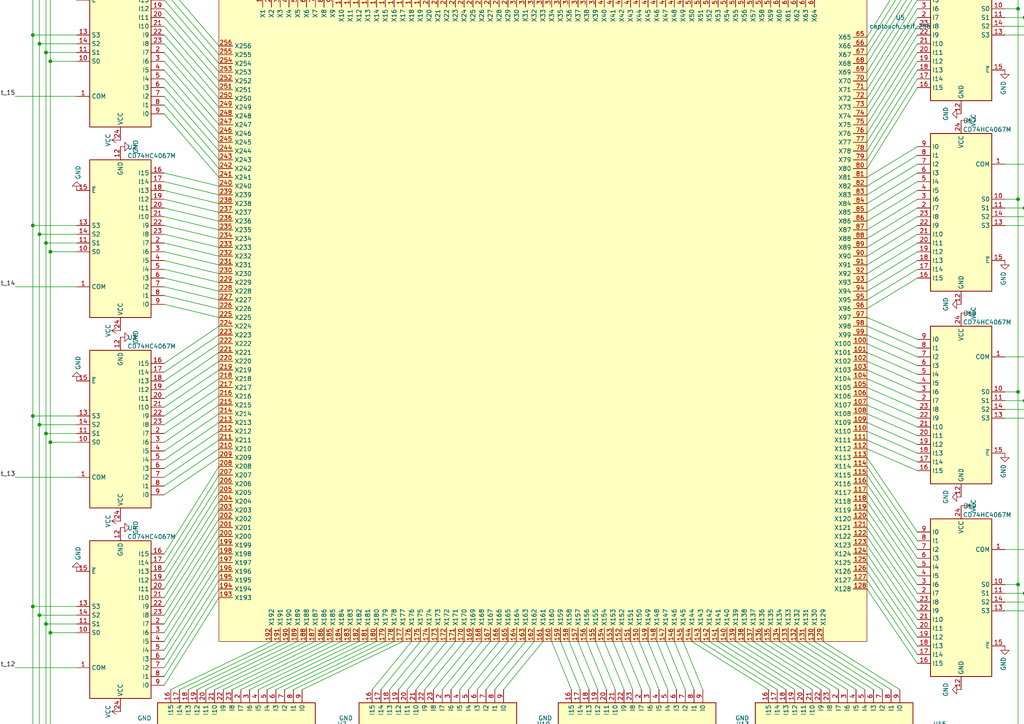
<source format=kicad_sch>
(kicad_sch (version 20211123) (generator eeschema)
  (paper "A4")
  (junction (at 9.525 65.405))
  (junction (at 14.605 128.27))
  (junction (at 69.85 232.41))
  (junction (at 128.27 232.41))
  (junction (at 245.745 230.505))
  (junction (at 188.595 230.505))
  (junction (at 298.45 7.62))
  (junction (at 64.77 234.95))
  (junction (at 240.665 233.68))
  (junction (at 299.72 121.285))
  (junction (at 125.73 233.68))
  (junction (at 238.125 234.95))
  (junction (at 11.43 12.7))
  (junction (at 295.275 113.665))
  (junction (at 299.72 10.16))
  (junction (at 13.335 70.485))
  (junction (at 295.275 2.54))
  (junction (at 297.18 5.08))
  (junction (at 123.19 234.95))
  (junction (at 175.26 -40.005))
  (junction (at 14.605 73.025))
  (junction (at 13.335 180.975))
  (junction (at 243.205 232.41))
  (junction (at 180.975 234.95))
  (junction (at 297.18 116.205))
  (junction (at 11.43 67.945))
  (junction (at 298.45 174.625))
  (junction (at 299.72 177.165))
  (junction (at 119.38 -40.005))
  (junction (at 230.505 -40.005))
  (junction (at 11.43 178.435))
  (junction (at 130.81 230.505))
  (junction (at 71.755 -46.355))
  (junction (at 9.525 175.895))
  (junction (at 9.525 10.16))
  (junction (at 11.43 123.19))
  (junction (at 121.92 -42.545))
  (junction (at 235.585 -44.45))
  (junction (at 69.215 -44.45))
  (junction (at 299.72 65.405))
  (junction (at 124.46 -73.025))
  (junction (at 233.045 -42.545))
  (junction (at 9.525 120.65))
  (junction (at 14.605 183.515))
  (junction (at 124.46 -44.45))
  (junction (at 238.125 -46.355))
  (junction (at 64.135 -40.005))
  (junction (at 295.275 169.545))
  (junction (at 13.335 15.24))
  (junction (at 127 -46.355))
  (junction (at 66.675 -42.545))
  (junction (at 72.39 230.505))
  (junction (at 180.34 -44.45))
  (junction (at 297.18 60.325))
  (junction (at 14.605 17.78))
  (junction (at 298.45 62.865))
  (junction (at 183.515 233.68))
  (junction (at 295.275 57.785))
  (junction (at 186.055 232.41))
  (junction (at 175.895 -71.755))
  (junction (at 67.31 233.68))
  (junction (at 177.8 -42.545))
  (junction (at 298.45 118.745))
  (junction (at 182.88 -46.355))
  (junction (at 297.18 172.085))
  (junction (at 13.335 125.73))
  (no_connect (at 160.655 -134.62))
  (no_connect (at 163.195 -134.62))
  (no_connect (at 165.735 -134.62))
  (no_connect (at 168.275 -134.62))
  (no_connect (at 135.255 -134.62))
  (no_connect (at 137.795 -134.62))
  (no_connect (at 140.335 -134.62))
  (no_connect (at 142.875 -134.62))
  (no_connect (at 145.415 -134.62))
  (no_connect (at 132.715 -134.62))
  (no_connect (at 130.175 -134.62))
  (no_connect (at 147.955 -134.62))
  (no_connect (at 150.495 -134.62))
  (no_connect (at 153.035 -134.62))
  (no_connect (at 155.575 -134.62))
  (no_connect (at 158.115 -134.62))
  (no_connect (at 158.115 -114.935))
  (no_connect (at 160.655 -114.935))
  (no_connect (at 163.195 -114.935))
  (no_connect (at 165.735 -114.935))
  (no_connect (at 168.275 -114.935))
  (wire (pts (xy 66.675 -42.545) (xy 13.335 -42.545)))
  (wire (pts (xy 47.625 110.49) (xy 63.5 99.695)))
  (wire (pts (xy 47.625 118.11) (xy 63.5 107.315)))
  (wire (pts (xy 266.065 182.245) (xy 251.46 160.655)))
  (wire (pts (xy 47.625 73.025) (xy 63.5 76.835)))
  (wire (pts (xy 47.625 20.32) (xy 63.5 38.735)))
  (wire (pts (xy 64.135 -12.065) (xy 91.44 -1.905)))
  (wire (pts (xy 180.34 -12.065) (xy 177.8 -1.905)))
  (wire (pts (xy 22.225 125.73) (xy 13.335 125.73)))
  (wire (pts (xy 123.19 225.425) (xy 123.19 234.95)))
  (wire (pts (xy 115.57 200.025) (xy 127 186.055)))
  (wire (pts (xy 266.065 187.325) (xy 251.46 165.735)))
  (wire (pts (xy 127 -12.065) (xy 139.7 -1.905)))
  (wire (pts (xy 11.43 178.435) (xy 11.43 233.68)))
  (wire (pts (xy 266.065 80.645) (xy 251.46 89.535)))
  (wire (pts (xy 177.8 -42.545) (xy 121.92 -42.545)))
  (wire (pts (xy 47.625 105.41) (xy 63.5 94.615)))
  (wire (pts (xy 298.45 174.625) (xy 298.45 118.745)))
  (wire (pts (xy 245.745 225.425) (xy 245.745 230.505)))
  (wire (pts (xy 22.225 17.78) (xy 14.605 17.78)))
  (wire (pts (xy 266.065 161.925) (xy 251.46 140.335)))
  (wire (pts (xy 22.225 15.24) (xy 13.335 15.24)))
  (wire (pts (xy 143.51 200.025) (xy 154.94 186.055)))
  (wire (pts (xy 11.43 123.19) (xy 11.43 178.435)))
  (wire (pts (xy 47.625 128.27) (xy 63.5 117.475)))
  (wire (pts (xy 47.625 193.675) (xy 63.5 168.275)))
  (wire (pts (xy 266.065 164.465) (xy 251.46 142.875)))
  (wire (pts (xy 14.605 73.025) (xy 14.605 128.27)))
  (wire (pts (xy 233.045 200.025) (xy 210.82 186.055)))
  (wire (pts (xy 9.525 10.16) (xy 9.525 65.405)))
  (wire (pts (xy 309.245 159.385) (xy 291.465 159.385)))
  (wire (pts (xy 266.065 98.425) (xy 251.46 92.075)))
  (wire (pts (xy 128.27 200.025) (xy 139.7 186.055)))
  (wire (pts (xy 71.755 -37.465) (xy 71.755 -46.355)))
  (wire (pts (xy 64.135 -37.465) (xy 64.135 -40.005)))
  (wire (pts (xy 47.625 33.02) (xy 63.5 51.435)))
  (wire (pts (xy 9.525 -46.355) (xy 9.525 10.16)))
  (wire (pts (xy 22.225 12.7) (xy 11.43 12.7)))
  (wire (pts (xy 9.525 175.895) (xy 9.525 234.95)))
  (wire (pts (xy 253.365 -12.065) (xy 236.22 -1.905)))
  (wire (pts (xy 22.225 67.945) (xy 11.43 67.945)))
  (wire (pts (xy 80.01 200.025) (xy 109.22 186.055)))
  (wire (pts (xy 266.065 131.445) (xy 251.46 125.095)))
  (wire (pts (xy 243.205 -12.065) (xy 226.06 -1.905)))
  (wire (pts (xy 47.625 -2.54) (xy 63.5 15.875)))
  (wire (pts (xy 47.625 186.055) (xy 63.5 160.655)))
  (wire (pts (xy 266.065 -12.7) (xy 251.46 10.795)))
  (wire (pts (xy 129.54 -12.065) (xy 142.24 -1.905)))
  (wire (pts (xy 160.02 -12.065) (xy 157.48 -1.905)))
  (wire (pts (xy 230.505 -12.065) (xy 213.36 -1.905)))
  (wire (pts (xy 130.81 230.505) (xy 188.595 230.505)))
  (wire (pts (xy 266.065 172.085) (xy 251.46 150.495)))
  (wire (pts (xy 266.065 113.665) (xy 251.46 107.315)))
  (wire (pts (xy 72.39 230.505) (xy 130.81 230.505)))
  (wire (pts (xy 11.43 12.7) (xy 11.43 67.945)))
  (wire (pts (xy 295.275 57.785) (xy 295.275 2.54)))
  (wire (pts (xy 120.65 200.025) (xy 132.08 186.055)))
  (wire (pts (xy 266.065 100.965) (xy 251.46 94.615)))
  (wire (pts (xy 215.265 -12.065) (xy 198.12 -1.905)))
  (wire (pts (xy 297.18 60.325) (xy 297.18 5.08)))
  (wire (pts (xy 125.73 233.68) (xy 183.515 233.68)))
  (wire (pts (xy 13.335 -42.545) (xy 13.335 15.24)))
  (wire (pts (xy 238.125 -37.465) (xy 238.125 -46.355)))
  (wire (pts (xy 71.755 -55.245) (xy 71.755 -46.355)))
  (wire (pts (xy 110.49 200.025) (xy 121.92 186.055)))
  (wire (pts (xy 47.625 78.105) (xy 63.5 81.915)))
  (wire (pts (xy 266.065 62.865) (xy 251.46 71.755)))
  (wire (pts (xy 173.355 200.025) (xy 167.64 186.055)))
  (wire (pts (xy 47.625 52.705) (xy 63.5 56.515)))
  (wire (pts (xy 240.665 233.68) (xy 298.45 233.68)))
  (wire (pts (xy 266.065 108.585) (xy 251.46 102.235)))
  (wire (pts (xy 233.045 -37.465) (xy 233.045 -42.545)))
  (wire (pts (xy 230.505 200.025) (xy 208.28 186.055)))
  (wire (pts (xy 266.065 126.365) (xy 251.46 120.015)))
  (wire (pts (xy 190.5 -12.065) (xy 187.96 -1.905)))
  (wire (pts (xy 71.755 -46.355) (xy 127 -46.355)))
  (wire (pts (xy 195.58 -12.065) (xy 193.04 -1.905)))
  (wire (pts (xy 182.88 -46.355) (xy 127 -46.355)))
  (wire (pts (xy 182.88 -12.065) (xy 180.34 -1.905)))
  (wire (pts (xy 291.465 2.54) (xy 295.275 2.54)))
  (wire (pts (xy 71.755 -46.355) (xy 9.525 -46.355)))
  (wire (pts (xy 291.465 5.08) (xy 297.18 5.08)))
  (wire (pts (xy 125.73 225.425) (xy 125.73 233.68)))
  (wire (pts (xy 198.755 243.205) (xy 198.755 225.425)))
  (wire (pts (xy 266.065 174.625) (xy 251.46 153.035)))
  (wire (pts (xy 217.805 -12.065) (xy 200.66 -1.905)))
  (wire (pts (xy 139.7 -12.065) (xy 152.4 -1.905)))
  (wire (pts (xy 22.225 120.65) (xy 9.525 120.65)))
  (wire (pts (xy 22.225 180.975) (xy 13.335 180.975)))
  (wire (pts (xy 291.465 60.325) (xy 297.18 60.325)))
  (wire (pts (xy 177.8 -37.465) (xy 177.8 -42.545)))
  (wire (pts (xy 47.625 191.135) (xy 63.5 165.735)))
  (wire (pts (xy 266.065 10.16) (xy 251.46 33.655)))
  (wire (pts (xy 233.045 -12.065) (xy 215.9 -1.905)))
  (wire (pts (xy 47.625 115.57) (xy 63.5 104.775)))
  (wire (pts (xy 140.97 200.025) (xy 152.4 186.055)))
  (wire (pts (xy 266.065 184.785) (xy 251.46 163.195)))
  (wire (pts (xy 14.605 128.27) (xy 14.605 183.515)))
  (wire (pts (xy 14.605 17.78) (xy 14.605 -40.005)))
  (wire (pts (xy 62.23 200.025) (xy 91.44 186.055)))
  (wire (pts (xy 47.625 50.165) (xy 63.5 53.975)))
  (wire (pts (xy 295.275 169.545) (xy 295.275 113.665)))
  (wire (pts (xy 69.215 -37.465) (xy 69.215 -44.45)))
  (wire (pts (xy 47.625 30.48) (xy 63.5 48.895)))
  (wire (pts (xy 72.39 225.425) (xy 72.39 230.505)))
  (wire (pts (xy 299.72 10.16) (xy 299.72 -46.355)))
  (wire (pts (xy 193.04 -12.065) (xy 190.5 -1.905)))
  (wire (pts (xy 142.24 -12.065) (xy 154.94 -1.905)))
  (wire (pts (xy 180.975 225.425) (xy 180.975 234.95)))
  (wire (pts (xy 14.605 17.78) (xy 14.605 73.025)))
  (wire (pts (xy 47.625 22.86) (xy 63.5 41.275)))
  (wire (pts (xy 173.355 -71.755) (xy 175.895 -71.755)))
  (wire (pts (xy 266.065 103.505) (xy 251.46 97.155)))
  (wire (pts (xy 47.625 62.865) (xy 63.5 66.675)))
  (wire (pts (xy 266.065 189.865) (xy 251.46 168.275)))
  (wire (pts (xy 134.62 -12.065) (xy 147.32 -1.905)))
  (wire (pts (xy 291.465 169.545) (xy 295.275 169.545)))
  (wire (pts (xy 47.625 173.355) (xy 63.5 147.955)))
  (wire (pts (xy 66.675 -12.065) (xy 93.98 -1.905)))
  (wire (pts (xy 298.45 62.865) (xy 298.45 7.62)))
  (wire (pts (xy 183.515 200.025) (xy 177.8 186.055)))
  (wire (pts (xy 235.585 200.025) (xy 213.36 186.055)))
  (wire (pts (xy 198.12 -12.065) (xy 195.58 -1.905)))
  (wire (pts (xy 225.425 -12.065) (xy 208.28 -1.905)))
  (wire (pts (xy 298.45 7.62) (xy 298.45 -44.45)))
  (wire (pts (xy 266.065 192.405) (xy 251.46 170.815)))
  (wire (pts (xy 193.675 200.025) (xy 187.96 186.055)))
  (wire (pts (xy 266.065 136.525) (xy 251.46 130.175)))
  (wire (pts (xy 297.18 -42.545) (xy 233.045 -42.545)))
  (wire (pts (xy 47.625 140.97) (xy 63.5 130.175)))
  (wire (pts (xy 172.72 -12.065) (xy 170.18 -1.905)))
  (wire (pts (xy 128.27 225.425) (xy 128.27 232.41)))
  (wire (pts (xy 47.625 135.89) (xy 63.5 125.095)))
  (wire (pts (xy 54.61 200.025) (xy 83.82 186.055)))
  (wire (pts (xy 47.625 107.95) (xy 63.5 97.155)))
  (wire (pts (xy 67.31 200.025) (xy 96.52 186.055)))
  (wire (pts (xy 183.515 233.68) (xy 240.665 233.68)))
  (wire (pts (xy 22.225 73.025) (xy 14.605 73.025)))
  (wire (pts (xy 266.065 67.945) (xy 251.46 76.835)))
  (wire (pts (xy 266.065 121.285) (xy 251.46 114.935)))
  (wire (pts (xy 66.675 -42.545) (xy 121.92 -42.545)))
  (wire (pts (xy 77.47 200.025) (xy 106.68 186.055)))
  (wire (pts (xy 299.72 177.165) (xy 299.72 121.285)))
  (wire (pts (xy 109.22 -55.245) (xy 109.22 -37.465)))
  (wire (pts (xy 22.225 10.16) (xy 9.525 10.16)))
  (wire (pts (xy 47.625 170.815) (xy 63.5 145.415)))
  (wire (pts (xy 180.975 200.025) (xy 175.26 186.055)))
  (wire (pts (xy 52.07 200.025) (xy 81.28 186.055)))
  (wire (pts (xy 47.625 88.265) (xy 63.5 92.075)))
  (wire (pts (xy 11.43 67.945) (xy 11.43 123.19)))
  (wire (pts (xy 57.15 200.025) (xy 86.36 186.055)))
  (wire (pts (xy 266.065 106.045) (xy 251.46 99.695)))
  (wire (pts (xy 49.53 200.025) (xy 78.74 186.055)))
  (wire (pts (xy 47.625 120.65) (xy 63.5 109.855)))
  (wire (pts (xy 266.065 0) (xy 251.46 23.495)))
  (wire (pts (xy 72.39 200.025) (xy 101.6 186.055)))
  (wire (pts (xy 266.065 25.4) (xy 251.46 48.895)))
  (wire (pts (xy 266.065 47.625) (xy 251.46 56.515)))
  (wire (pts (xy 298.45 -44.45) (xy 235.585 -44.45)))
  (wire (pts (xy 266.065 123.825) (xy 251.46 117.475)))
  (wire (pts (xy 66.675 -37.465) (xy 66.675 -42.545)))
  (wire (pts (xy 266.065 169.545) (xy 251.46 147.955)))
  (wire (pts (xy 266.065 45.085) (xy 251.46 53.975)))
  (wire (pts (xy 243.205 200.025) (xy 220.98 186.055)))
  (wire (pts (xy 13.335 15.24) (xy 13.335 70.485)))
  (wire (pts (xy 238.125 -12.065) (xy 220.98 -1.905)))
  (wire (pts (xy 266.065 50.165) (xy 251.46 59.055)))
  (wire (pts (xy 291.465 172.085) (xy 297.18 172.085)))
  (wire (pts (xy 47.625 27.94) (xy 63.5 46.355)))
  (wire (pts (xy 13.335 70.485) (xy 13.335 125.73)))
  (wire (pts (xy 188.595 230.505) (xy 245.745 230.505)))
  (wire (pts (xy 13.335 180.975) (xy 13.335 232.41)))
  (wire (pts (xy 230.505 -37.465) (xy 230.505 -40.005)))
  (wire (pts (xy 162.56 -12.065) (xy 160.02 -1.905)))
  (wire (pts (xy 266.065 128.905) (xy 251.46 122.555)))
  (wire (pts (xy 220.345 -12.065) (xy 203.2 -1.905)))
  (wire (pts (xy 297.18 232.41) (xy 297.18 172.085)))
  (wire (pts (xy 291.465 174.625) (xy 298.45 174.625)))
  (wire (pts (xy 165.1 -12.065) (xy 162.56 -1.905)))
  (wire (pts (xy 250.825 -12.065) (xy 233.68 -1.905)))
  (wire (pts (xy 11.43 12.7) (xy 11.43 -44.45)))
  (wire (pts (xy 130.81 225.425) (xy 130.81 230.505)))
  (wire (pts (xy 299.72 65.405) (xy 299.72 10.16)))
  (wire (pts (xy 13.335 232.41) (xy 69.85 232.41)))
  (wire (pts (xy 125.73 200.025) (xy 137.16 186.055)))
  (wire (pts (xy 297.18 5.08) (xy 297.18 -42.545)))
  (wire (pts (xy 48.895 -12.065) (xy 76.2 -1.905)))
  (wire (pts (xy 187.96 -12.065) (xy 185.42 -1.905)))
  (wire (pts (xy 127 -46.355) (xy 127 -37.465)))
  (wire (pts (xy 132.08 -12.065) (xy 144.78 -1.905)))
  (wire (pts (xy 299.72 121.285) (xy 299.72 65.405)))
  (wire (pts (xy 227.965 -12.065) (xy 210.82 -1.905)))
  (wire (pts (xy 47.625 80.645) (xy 63.5 84.455)))
  (wire (pts (xy 225.425 200.025) (xy 203.2 186.055)))
  (wire (pts (xy 266.065 -10.16) (xy 251.46 13.335)))
  (wire (pts (xy 170.815 200.025) (xy 165.1 186.055)))
  (wire (pts (xy 130.81 200.025) (xy 142.24 186.055)))
  (wire (pts (xy 69.215 -44.45) (xy 124.46 -44.45)))
  (wire (pts (xy 309.245 47.625) (xy 291.465 47.625)))
  (wire (pts (xy 266.065 159.385) (xy 251.46 137.795)))
  (wire (pts (xy 266.065 55.245) (xy 251.46 64.135)))
  (wire (pts (xy 245.745 -12.065) (xy 228.6 -1.905)))
  (wire (pts (xy 220.345 -55.245) (xy 220.345 -37.465)))
  (wire (pts (xy 124.46 -44.45) (xy 124.46 -37.465)))
  (wire (pts (xy 177.8 -12.065) (xy 175.26 -1.905)))
  (wire (pts (xy 266.065 179.705) (xy 251.46 158.115)))
  (wire (pts (xy 47.625 15.24) (xy 63.5 33.655)))
  (wire (pts (xy 22.225 183.515) (xy 14.605 183.515)))
  (wire (pts (xy 266.065 15.24) (xy 251.46 38.735)))
  (wire (pts (xy 114.3 -12.065) (xy 127 -1.905)))
  (wire (pts (xy 165.735 200.025) (xy 160.02 186.055)))
  (wire (pts (xy 47.625 113.03) (xy 63.5 102.235)))
  (wire (pts (xy 188.595 225.425) (xy 188.595 230.505)))
  (wire (pts (xy 22.225 65.405) (xy 9.525 65.405)))
  (wire (pts (xy 243.205 225.425) (xy 243.205 232.41)))
  (wire (pts (xy 298.45 118.745) (xy 298.45 62.865)))
  (wire (pts (xy 291.465 65.405) (xy 299.72 65.405)))
  (wire (pts (xy 255.905 243.205) (xy 255.905 225.425)))
  (wire (pts (xy 123.19 200.025) (xy 134.62 186.055)))
  (wire (pts (xy 111.76 -12.065) (xy 124.46 -1.905)))
  (wire (pts (xy 266.065 154.305) (xy 251.46 132.715)))
  (wire (pts (xy 69.85 200.025) (xy 99.06 186.055)))
  (wire (pts (xy 47.625 130.81) (xy 63.5 120.015)))
  (wire (pts (xy 47.625 180.975) (xy 63.5 155.575)))
  (wire (pts (xy 106.68 -12.065) (xy 119.38 -1.905)))
  (wire (pts (xy 47.625 160.655) (xy 63.5 135.255)))
  (wire (pts (xy 291.465 113.665) (xy 295.275 113.665)))
  (wire (pts (xy 64.135 -55.245) (xy 64.135 -40.005)))
  (wire (pts (xy 240.665 225.425) (xy 240.665 233.68)))
  (wire (pts (xy 266.065 70.485) (xy 251.46 79.375)))
  (wire (pts (xy 11.43 -44.45) (xy 69.215 -44.45)))
  (wire (pts (xy 47.625 188.595) (xy 63.5 163.195)))
  (wire (pts (xy 138.43 200.025) (xy 149.86 186.055)))
  (wire (pts (xy 84.455 -12.065) (xy 111.76 -1.905)))
  (wire (pts (xy 87.63 200.025) (xy 116.84 186.055)))
  (wire (pts (xy 81.915 -12.065) (xy 109.22 -1.905)))
  (wire (pts (xy 291.465 116.205) (xy 297.18 116.205)))
  (wire (pts (xy 295.275 2.54) (xy 295.275 -40.005)))
  (wire (pts (xy 198.755 200.025) (xy 193.04 186.055)))
  (wire (pts (xy 121.92 -12.065) (xy 134.62 -1.905)))
  (wire (pts (xy 266.065 -2.54) (xy 251.46 20.955)))
  (wire (pts (xy 298.45 233.68) (xy 298.45 174.625)))
  (wire (pts (xy 61.595 -12.065) (xy 88.9 -1.905)))
  (wire (pts (xy 51.435 -12.065) (xy 78.74 -1.905)))
  (wire (pts (xy 4.445 138.43) (xy 22.225 138.43)))
  (wire (pts (xy 291.465 118.745) (xy 298.45 118.745)))
  (wire (pts (xy 47.625 196.215) (xy 63.5 170.815)))
  (wire (pts (xy 119.38 -40.005) (xy 119.38 -37.465)))
  (wire (pts (xy 47.625 163.195) (xy 63.5 137.795)))
  (wire (pts (xy 291.465 10.16) (xy 299.72 10.16)))
  (wire (pts (xy 178.435 200.025) (xy 172.72 186.055)))
  (wire (pts (xy 14.605 -40.005) (xy 64.135 -40.005)))
  (wire (pts (xy 56.515 -12.065) (xy 83.82 -1.905)))
  (wire (pts (xy 266.065 42.545) (xy 251.46 51.435)))
  (wire (pts (xy 297.18 116.205) (xy 297.18 60.325)))
  (wire (pts (xy 266.065 60.325) (xy 251.46 69.215)))
  (wire (pts (xy 118.11 200.025) (xy 129.54 186.055)))
  (wire (pts (xy 9.525 65.405) (xy 9.525 120.65)))
  (wire (pts (xy 137.16 -12.065) (xy 149.86 -1.905)))
  (wire (pts (xy 266.065 167.005) (xy 251.46 145.415)))
  (wire (pts (xy 47.625 57.785) (xy 63.5 61.595)))
  (wire (pts (xy 9.525 120.65) (xy 9.525 175.895)))
  (wire (pts (xy 47.625 125.73) (xy 63.5 114.935)))
  (wire (pts (xy 64.77 234.95) (xy 123.19 234.95)))
  (wire (pts (xy 47.625 -5.08) (xy 63.5 13.335)))
  (wire (pts (xy 47.625 123.19) (xy 63.5 112.395)))
  (wire (pts (xy 266.065 78.105) (xy 251.46 86.995)))
  (wire (pts (xy 47.625 17.78) (xy 63.5 36.195)))
  (wire (pts (xy 67.31 225.425) (xy 67.31 233.68)))
  (wire (pts (xy 238.125 -46.355) (xy 182.88 -46.355)))
  (wire (pts (xy 291.465 7.62) (xy 298.45 7.62)))
  (wire (pts (xy 185.42 -12.065) (xy 182.88 -1.905)))
  (wire (pts (xy 123.19 234.95) (xy 180.975 234.95)))
  (wire (pts (xy 47.625 143.51) (xy 63.5 132.715)))
  (wire (pts (xy 291.465 177.165) (xy 299.72 177.165)))
  (wire (pts (xy 47.625 183.515) (xy 63.5 158.115)))
  (wire (pts (xy 47.625 5.08) (xy 63.5 23.495)))
  (wire (pts (xy 47.625 2.54) (xy 63.5 20.955)))
  (wire (pts (xy 71.755 -12.065) (xy 99.06 -1.905)))
  (wire (pts (xy 266.065 73.025) (xy 251.46 81.915)))
  (wire (pts (xy 222.885 -12.065) (xy 205.74 -1.905)))
  (wire (pts (xy 238.125 225.425) (xy 238.125 234.95)))
  (wire (pts (xy 69.85 225.425) (xy 69.85 232.41)))
  (wire (pts (xy 47.625 10.16) (xy 63.5 28.575)))
  (wire (pts (xy 4.445 193.675) (xy 22.225 193.675)))
  (wire (pts (xy 196.215 200.025) (xy 190.5 186.055)))
  (wire (pts (xy 74.93 200.025) (xy 104.14 186.055)))
  (wire (pts (xy 222.885 200.025) (xy 200.66 186.055)))
  (wire (pts (xy 266.065 12.7) (xy 251.46 36.195)))
  (wire (pts (xy 260.985 200.025) (xy 238.76 186.055)))
  (wire (pts (xy 107.95 200.025) (xy 119.38 186.055)))
  (wire (pts (xy 245.745 230.505) (xy 295.275 230.505)))
  (wire (pts (xy 266.065 156.845) (xy 251.46 135.255)))
  (wire (pts (xy 47.625 133.35) (xy 63.5 122.555)))
  (wire (pts (xy 47.625 55.245) (xy 63.5 59.055)))
  (wire (pts (xy 175.895 200.025) (xy 170.18 186.055)))
  (wire (pts (xy 22.225 70.485) (xy 13.335 70.485)))
  (wire (pts (xy 266.065 2.54) (xy 251.46 26.035)))
  (wire (pts (xy 82.55 243.205) (xy 82.55 225.425)))
  (wire (pts (xy 109.22 -12.065) (xy 121.92 -1.905)))
  (wire (pts (xy 22.225 175.895) (xy 9.525 175.895)))
  (wire (pts (xy 64.77 200.025) (xy 93.98 186.055)))
  (wire (pts (xy 266.065 17.78) (xy 251.46 41.275)))
  (wire (pts (xy 266.065 116.205) (xy 251.46 109.855)))
  (wire (pts (xy 245.745 200.025) (xy 223.52 186.055)))
  (wire (pts (xy 47.625 60.325) (xy 63.5 64.135)))
  (wire (pts (xy 47.625 83.185) (xy 63.5 86.995)))
  (wire (pts (xy 124.46 -12.065) (xy 137.16 -1.905)))
  (wire (pts (xy 119.38 -12.065) (xy 132.08 -1.905)))
  (wire (pts (xy 175.26 -12.065) (xy 172.72 -1.905)))
  (wire (pts (xy 266.065 65.405) (xy 251.46 74.295)))
  (wire (pts (xy 266.065 5.08) (xy 251.46 28.575)))
  (wire (pts (xy 175.26 -40.005) (xy 119.38 -40.005)))
  (wire (pts (xy 266.065 -5.08) (xy 251.46 18.415)))
  (wire (pts (xy 248.285 -12.065) (xy 231.14 -1.905)))
  (wire (pts (xy 53.975 -12.065) (xy 81.28 -1.905)))
  (wire (pts (xy 47.625 85.725) (xy 63.5 89.535)))
  (wire (pts (xy 104.14 -12.065) (xy 116.84 -1.905)))
  (wire (pts (xy 47.625 165.735) (xy 63.5 140.335)))
  (wire (pts (xy 82.55 200.025) (xy 111.76 186.055)))
  (wire (pts (xy 47.625 70.485) (xy 63.5 74.295)))
  (wire (pts (xy 165.1 -55.245) (xy 165.1 -37.465)))
  (wire (pts (xy 186.055 225.425) (xy 186.055 232.41)))
  (wire (pts (xy 67.31 233.68) (xy 125.73 233.68)))
  (wire (pts (xy 113.03 200.025) (xy 124.46 186.055)))
  (wire (pts (xy 299.72 -46.355) (xy 238.125 -46.355)))
  (wire (pts (xy 170.18 -12.065) (xy 167.64 -1.905)))
  (wire (pts (xy 47.625 168.275) (xy 63.5 142.875)))
  (wire (pts (xy 128.27 232.41) (xy 186.055 232.41)))
  (wire (pts (xy 266.065 133.985) (xy 251.46 127.635)))
  (wire (pts (xy 47.625 0) (xy 63.5 18.415)))
  (wire (pts (xy 266.065 57.785) (xy 251.46 66.675)))
  (wire (pts (xy 47.625 175.895) (xy 63.5 150.495)))
  (wire (pts (xy 295.275 -40.005) (xy 230.505 -40.005)))
  (wire (pts (xy 238.125 200.025) (xy 215.9 186.055)))
  (wire (pts (xy 180.34 -44.45) (xy 124.46 -44.45)))
  (wire (pts (xy 66.675 -55.245) (xy 66.675 -42.545)))
  (wire (pts (xy 47.625 138.43) (xy 63.5 127.635)))
  (wire (pts (xy 146.05 200.025) (xy 157.48 186.055)))
  (wire (pts (xy 47.625 67.945) (xy 63.5 71.755)))
  (wire (pts (xy 238.125 234.95) (xy 299.72 234.95)))
  (wire (pts (xy 47.625 65.405) (xy 63.5 69.215)))
  (wire (pts (xy 59.055 -12.065) (xy 86.36 -1.905)))
  (wire (pts (xy 11.43 233.68) (xy 67.31 233.68)))
  (wire (pts (xy 266.065 22.86) (xy 251.46 46.355)))
  (wire (pts (xy 116.84 -12.065) (xy 129.54 -1.905)))
  (wire (pts (xy 22.225 123.19) (xy 11.43 123.19)))
  (wire (pts (xy 47.625 198.755) (xy 63.5 173.355)))
  (wire (pts (xy 168.275 200.025) (xy 162.56 186.055)))
  (wire (pts (xy 47.625 12.7) (xy 63.5 31.115)))
  (wire (pts (xy 250.825 200.025) (xy 228.6 186.055)))
  (wire (pts (xy 240.665 200.025) (xy 218.44 186.055)))
  (wire (pts (xy 258.445 200.025) (xy 236.22 186.055)))
  (wire (pts (xy 167.64 -12.065) (xy 165.1 -1.905)))
  (wire (pts (xy 291.465 121.285) (xy 299.72 121.285)))
  (wire (pts (xy 64.135 -40.005) (xy 119.38 -40.005)))
  (wire (pts (xy 175.26 -37.465) (xy 175.26 -40.005)))
  (wire (pts (xy 22.225 128.27) (xy 14.605 128.27)))
  (wire (pts (xy 14.605 183.515) (xy 14.605 230.505)))
  (wire (pts (xy 255.905 200.025) (xy 233.68 186.055)))
  (wire (pts (xy 69.215 -55.245) (xy 69.215 -44.45)))
  (wire (pts (xy 186.055 232.41) (xy 243.205 232.41)))
  (wire (pts (xy 201.295 200.025) (xy 195.58 186.055)))
  (wire (pts (xy 266.065 52.705) (xy 251.46 61.595)))
  (wire (pts (xy 140.97 243.205) (xy 140.97 225.425)))
  (wire (pts (xy 4.445 83.185) (xy 22.225 83.185)))
  (wire (pts (xy 291.465 57.785) (xy 295.275 57.785)))
  (wire (pts (xy 266.065 75.565) (xy 251.46 84.455)))
  (wire (pts (xy 233.045 -42.545) (xy 177.8 -42.545)))
  (wire (pts (xy 299.72 234.95) (xy 299.72 177.165)))
  (wire (pts (xy 203.835 200.025) (xy 198.12 186.055)))
  (wire (pts (xy 180.34 -37.465) (xy 180.34 -44.45)))
  (wire (pts (xy 69.85 232.41) (xy 128.27 232.41)))
  (wire (pts (xy 186.055 200.025) (xy 180.34 186.055)))
  (wire (pts (xy 76.835 -12.065) (xy 104.14 -1.905)))
  (wire (pts (xy 4.445 27.94) (xy 22.225 27.94)))
  (wire (pts (xy 235.585 -44.45) (xy 180.34 -44.45)))
  (wire (pts (xy 309.245 103.505) (xy 291.465 103.505)))
  (wire (pts (xy 266.065 111.125) (xy 251.46 104.775)))
  (wire (pts (xy 135.89 200.025) (xy 147.32 186.055)))
  (wire (pts (xy 121.92 -73.025) (xy 124.46 -73.025)))
  (wire (pts (xy 85.09 200.025) (xy 114.3 186.055)))
  (wire (pts (xy 59.69 200.025) (xy 88.9 186.055)))
  (wire (pts (xy 248.285 200.025) (xy 226.06 186.055)))
  (wire (pts (xy 64.77 225.425) (xy 64.77 234.95)))
  (wire (pts (xy 295.275 230.505) (xy 295.275 169.545)))
  (wire (pts (xy 240.665 -12.065) (xy 223.52 -1.905)))
  (wire (pts (xy 291.465 62.865) (xy 298.45 62.865)))
  (wire (pts (xy 74.295 -12.065) (xy 101.6 -1.905)))
  (wire (pts (xy 297.18 172.085) (xy 297.18 116.205)))
  (wire (pts (xy 69.215 -12.065) (xy 96.52 -1.905)))
  (wire (pts (xy 183.515 225.425) (xy 183.515 233.68)))
  (wire (pts (xy 235.585 -37.465) (xy 235.585 -44.45)))
  (wire (pts (xy 14.605 230.505) (xy 72.39 230.505)))
  (wire (pts (xy 9.525 234.95) (xy 64.77 234.95)))
  (wire (pts (xy 188.595 200.025) (xy 182.88 186.055)))
  (wire (pts (xy 230.505 -40.005) (xy 175.26 -40.005)))
  (wire (pts (xy 13.335 125.73) (xy 13.335 180.975)))
  (wire (pts (xy 266.065 118.745) (xy 251.46 112.395)))
  (wire (pts (xy 191.135 200.025) (xy 185.42 186.055)))
  (wire (pts (xy 47.625 25.4) (xy 63.5 43.815)))
  (wire (pts (xy 47.625 7.62) (xy 63.5 26.035)))
  (wire (pts (xy 47.625 75.565) (xy 63.5 79.375)))
  (wire (pts (xy 180.975 234.95) (xy 238.125 234.95)))
  (wire (pts (xy 235.585 -12.065) (xy 218.44 -1.905)))
  (wire (pts (xy 182.88 -37.465) (xy 182.88 -46.355)))
  (wire (pts (xy 53.975 -55.245) (xy 53.975 -37.465)))
  (wire (pts (xy 266.065 -7.62) (xy 251.46 15.875)))
  (wire (pts (xy 47.625 178.435) (xy 63.5 153.035)))
  (wire (pts (xy 121.92 -42.545) (xy 121.92 -37.465)))
  (wire (pts (xy 309.245 -7.62) (xy 291.465 -7.62)))
  (wire (pts (xy 266.065 177.165) (xy 251.46 155.575)))
  (wire (pts (xy 253.365 200.025) (xy 231.14 186.055)))
  (wire (pts (xy 133.35 200.025) (xy 144.78 186.055)))
  (wire (pts (xy 79.375 -12.065) (xy 106.68 -1.905)))
  (wire (pts (xy 266.065 20.32) (xy 251.46 43.815)))
  (wire (pts (xy 243.205 232.41) (xy 297.18 232.41)))
  (wire (pts (xy 295.275 113.665) (xy 295.275 57.785)))
  (wire (pts (xy 86.995 -12.065) (xy 114.3 -1.905)))
  (wire (pts (xy 266.065 7.62) (xy 251.46 31.115)))
  (wire (pts (xy 227.965 200.025) (xy 205.74 186.055)))
  (wire (pts (xy 22.225 178.435) (xy 11.43 178.435)))
  (text "fpc cable\n" (at 144.78 -131.445 0) (effects (font (size 1.27 1.27)) (justify left bottom)))
  (text "NOTE: switch to using all hc4051 SOIC16s, cost wil come to roughly $10 in bulk with smaller footprints" (at 240.03 -55.88 0) (effects (font (size 1.27 1.27)) (justify left bottom)))
  (label "out_0" (at 53.975 -55.245 90))
  (label "bank_out_0" (at 165.735 -94.615 180))
  (label "out_14" (at 132.08 -80.645 0))
  (label "out_11" (at 82.55 243.205 270))
  (label "out_8" (at 132.08 -95.885 0))
  (label "bank_select_0" (at 135.255 -114.935 270))
  (label "out_8" (at 255.905 243.205 270))
  (label "bank_out_0" (at 153.035 -114.935 270))
  (label "bank_select_1" (at 165.735 -86.995 180))
  (label "bank_select_1" (at 137.795 -114.935 270))
  (label "out_9" (at 198.755 243.205 270))
  (label "out_7" (at 309.245 159.385 0))
  (label "select_0" (at 64.135 -55.245 90))
  (label "select_0" (at 142.875 -114.935 270))
  (label "bank_select_2" (at 114.3 -85.725 180))
  (label "select_1" (at 145.415 -114.935 270))
  (label "out_11" (at 132.08 -88.265 0))
  (label "out_2" (at 183.515 -89.535 0))
  (label "out_13" (at 132.08 -83.185 0))
  (label "out_15" (at 132.08 -78.105 0))
  (label "out_9" (at 132.08 -93.345 0))
  (label "select_1" (at 66.675 -55.245 90))
  (label "out_7" (at 183.515 -76.835 0))
  (label "out_15" (at 4.445 27.94 180))
  (label "bank_select_1" (at 114.3 -88.265 180))
  (label "bank_out_1" (at 155.575 -114.935 270))
  (label "out_12" (at 4.445 193.675 180))
  (label "out_2" (at 165.1 -55.245 90))
  (label "out_3" (at 220.345 -55.245 90))
  (label "out_14" (at 4.445 83.185 180))
  (label "out_4" (at 183.515 -84.455 0))
  (label "bank_select_2" (at 140.335 -114.935 270))
  (label "out_3" (at 183.515 -86.995 0))
  (label "select_3" (at 150.495 -114.935 270))
  (label "out_1" (at 109.22 -55.245 90))
  (label "bank_select_0" (at 165.735 -89.535 180))
  (label "out_1" (at 183.515 -92.075 0))
  (label "out_5" (at 309.245 47.625 0))
  (label "select_2" (at 147.955 -114.935 270))
  (label "out_0" (at 183.515 -94.615 0))
  (label "out_10" (at 132.08 -90.805 0))
  (label "out_10" (at 140.97 243.205 270))
  (label "bank_out_1" (at 114.3 -95.885 180))
  (label "bank_select_0" (at 114.3 -90.805 180))
  (label "select_2" (at 69.215 -55.245 90))
  (label "out_6" (at 309.245 103.505 0))
  (label "out_4" (at 309.245 -7.62 0))
  (label "out_5" (at 183.515 -81.915 0))
  (label "select_3" (at 71.755 -55.245 90))
  (label "out_6" (at 183.515 -79.375 0))
  (label "out_12" (at 132.08 -85.725 0))
  (label "out_13" (at 4.445 138.43 180))
  (label "bank_select_2" (at 165.735 -84.455 180))
  (symbol (lib_id "power:GND") (at 97.79 -116.205 0) (unit 1)
    (property "Reference" "#PWR020" (effects hide))
    (property "Value" "GND" (at 97.79 -109.22 90) (effects (justify left)))
  )
  (symbol (lib_id "74xx:CD74HC4067M") (at 34.925 180.975 0) (mirror x) (unit 1)
    (property "Reference" "U4" (at 36.9444 153.1452 0) (effects (justify left)))
    (property "Value" "CD74HC4067M" (at 36.9444 155.6821 0) (effects (justify left)))
    (property "Footprint" "Package_SO:SOIC-24W_7.5x15.4mm_P1.27mm" (effects hide))
    (property "Datasheet" "http://www.ti.com/lit/ds/symlink/cd74hc4067.pdf" (effects hide))
    (property "mpn" "CD74HC4067M" (effects hide))
  )
  (symbol (lib_id "power:GND") (at 22.225 110.49 180) (unit 1)
    (property "Reference" "#PWR03" (effects hide))
    (property "Value" "GND" (at 22.6588 107.315 90) (effects (justify right)))
  )
  (symbol (lib_id "74xx:CD74HC4067M") (at 121.92 -24.765 90) (mirror x) (unit 1)
    (property "Reference" "U9" (at 153.8159 -30.4715 90))
    (property "Value" "CD74HC4067M" (at 153.8159 -27.9346 90))
    (property "Footprint" "Package_SO:SOIC-24W_7.5x15.4mm_P1.27mm" (effects hide))
    (property "Datasheet" "http://www.ti.com/lit/ds/symlink/cd74hc4067.pdf" (effects hide))
    (property "mpn" "CD74HC4067M" (effects hide))
  )
  (symbol (lib_id "power:VCC") (at 41.275 -24.765 0) (unit 1)
    (property "Reference" "#PWR013" (effects hide))
    (property "Value" "VCC" (at 41.275 -28.3408 0))
  )
  (symbol (lib_id "power:VCC") (at 278.765 146.685 270) (unit 1)
    (property "Reference" "#PWR053" (effects hide))
    (property "Value" "VCC" (at 282.3408 146.685 0))
  )
  (symbol (lib_id "power:GND") (at 165.735 -79.375 270) (unit 1)
    (property "Reference" "#PWR034" (effects hide))
    (property "Value" "GND" (at 158.115 -79.375 90) (effects (justify left)))
  )
  (symbol (lib_id "Connector:Conn_01x16_Female") (at 147.955 -139.7 90) (unit 1) (on_board no)
    (property "Reference" "J1" (at 149.225 -143.349 90))
    (property "Value" "Conn_01x16_Female" (at 149.225 -140.8121 90))
    (property "mpn" "15166-0163" (effects hide))
  )
  (symbol (lib_id "74xx:CD74HC4067M") (at 278.765 172.085 0) (mirror y) (unit 1)
    (property "Reference" "U19" (at 279.2856 146.7952 0) (effects (justify right)))
    (property "Value" "CD74HC4067M" (at 279.2856 149.3321 0) (effects (justify right)))
    (property "Footprint" "Package_SO:SOIC-24W_7.5x15.4mm_P1.27mm" (effects hide))
    (property "Datasheet" "http://www.ti.com/lit/ds/symlink/cd74hc4067.pdf" (effects hide))
    (property "mpn" "CD74HC4067M" (effects hide))
  )
  (symbol (lib_id "power:GND") (at 175.895 -71.755 0) (unit 1)
    (property "Reference" "#PWR037" (effects hide))
    (property "Value" "GND" (at 177.8 -70.0512 0) (effects (justify left)))
  )
  (symbol (lib_id "power:GND") (at 149.86 -24.765 0) (unit 1)
    (property "Reference" "#PWR030" (effects hide))
    (property "Value" "GND" (at 149.86 -20.3216 0))
  )
  (symbol (lib_id "power:GND") (at 205.74 -24.765 0) (unit 1)
    (property "Reference" "#PWR039" (effects hide))
    (property "Value" "GND" (at 205.74 -20.3216 0))
  )
  (symbol (lib_id "74xx:CD74HC4067M") (at 278.765 60.325 0) (mirror y) (unit 1)
    (property "Reference" "U17" (at 279.2856 35.0352 0) (effects (justify right)))
    (property "Value" "CD74HC4067M" (at 279.2856 37.5721 0) (effects (justify right)))
    (property "Footprint" "Package_SO:SOIC-24W_7.5x15.4mm_P1.27mm" (effects hide))
    (property "Datasheet" "http://www.ti.com/lit/ds/symlink/cd74hc4067.pdf" (effects hide))
    (property "mpn" "CD74HC4067M" (effects hide))
  )
  (symbol (lib_id "power:VCC") (at 153.67 212.725 180) (unit 1)
    (property "Reference" "#PWR032" (effects hide))
    (property "Value" "VCC" (at 153.67 216.3008 0))
  )
  (symbol (lib_id "Connector_Generic:Conn_01x16") (at 147.955 -120.015 90) (unit 1)
    (property "Reference" "J2" (at 149.225 -124.9848 90))
    (property "Value" "Conn_01x16" (at 149.225 -122.4479 90))
    (property "Footprint" "ASMR_footprints:Conn_FFC_1x16_0.5mm_TE_117347426" (effects hide))
    (property "mpn" "1-1734742-6" (effects hide))
  )
  (symbol (lib_id "power:GND") (at 41.91 212.725 180) (unit 1)
    (property "Reference" "#PWR014" (effects hide))
    (property "Value" "GND" (at 41.91 208.2816 0))
  )
  (symbol (lib_id "power:GND") (at 132.715 -114.935 0) (unit 1)
    (property "Reference" "#PWR028" (effects hide))
    (property "Value" "GND" (at 132.715 -107.95 90) (effects (justify left)))
  )
  (symbol (lib_id "74xx:CD74HC4067M") (at 34.925 15.24 0) (mirror x) (unit 1)
    (property "Reference" "U1" (at 36.9444 -12.5898 0) (effects (justify left)))
    (property "Value" "CD74HC4067M" (at 36.9444 -10.0529 0) (effects (justify left)))
    (property "Footprint" "Package_SO:SOIC-24W_7.5x15.4mm_P1.27mm" (effects hide))
    (property "Datasheet" "http://www.ti.com/lit/ds/symlink/cd74hc4067.pdf" (effects hide))
    (property "mpn" "CD74HC4067M" (effects hide))
  )
  (symbol (lib_id "power:VCC") (at 130.175 -114.935 180) (unit 1)
    (property "Reference" "#PWR027" (effects hide))
    (property "Value" "VCC" (at 130.175 -111.76 90) (effects (justify left)))
  )
  (symbol (lib_id "74xx:CD74HC4067M") (at 278.765 116.205 0) (mirror y) (unit 1)
    (property "Reference" "U18" (at 279.2856 90.9152 0) (effects (justify right)))
    (property "Value" "CD74HC4067M" (at 279.2856 93.4521 0) (effects (justify right)))
    (property "Footprint" "Package_SO:SOIC-24W_7.5x15.4mm_P1.27mm" (effects hide))
    (property "Datasheet" "http://www.ti.com/lit/ds/symlink/cd74hc4067.pdf" (effects hide))
    (property "mpn" "CD74HC4067M" (effects hide))
  )
  (symbol (lib_id "power:GND") (at 22.225 55.245 180) (unit 1)
    (property "Reference" "#PWR02" (effects hide))
    (property "Value" "GND" (at 22.6588 52.07 90) (effects (justify right)))
  )
  (symbol (lib_id "power:VCC") (at 34.925 95.885 90) (unit 1)
    (property "Reference" "#PWR08" (effects hide))
    (property "Value" "VCC" (at 31.3492 95.885 0))
  )
  (symbol (lib_id "asmr-kicad:captouch_self_256") (at 63.5 -1.905 0) (unit 1)
    (property "Reference" "U5" (at 261.1103 5.0885 0))
    (property "Value" "captouch_self_256" (at 261.1103 7.6254 0))
    (property "Footprint" "ASMR_footprints:captouch_self_256" (effects hide))
  )
  (symbol (lib_id "power:GND") (at 113.03 225.425 270) (unit 1)
    (property "Reference" "#PWR023" (effects hide))
    (property "Value" "GND" (at 109.855 224.9912 90) (effects (justify right)))
  )
  (symbol (lib_id "power:GND") (at 291.465 187.325 0) (unit 1)
    (property "Reference" "#PWR058" (effects hide))
    (property "Value" "GND" (at 291.0312 190.5 90) (effects (justify right)))
  )
  (symbol (lib_id "power:GND") (at 193.04 -37.465 90) (unit 1)
    (property "Reference" "#PWR038" (effects hide))
    (property "Value" "GND" (at 196.215 -37.0312 90) (effects (justify right)))
  )
  (symbol (lib_id "power:GND") (at 137.16 -37.465 90) (unit 1)
    (property "Reference" "#PWR029" (effects hide))
    (property "Value" "GND" (at 140.335 -37.0312 90) (effects (justify right)))
  )
  (symbol (lib_id "power:VCC") (at 34.925 151.13 90) (unit 1)
    (property "Reference" "#PWR010" (effects hide))
    (property "Value" "VCC" (at 31.3492 151.13 0))
  )
  (symbol (lib_id "power:VCC") (at 96.52 -24.765 0) (unit 1)
    (property "Reference" "#PWR019" (effects hide))
    (property "Value" "VCC" (at 96.52 -28.3408 0))
  )
  (symbol (lib_id "power:VCC") (at 34.925 206.375 90) (unit 1)
    (property "Reference" "#PWR012" (effects hide))
    (property "Value" "VCC" (at 31.3492 206.375 0))
  )
  (symbol (lib_id "74xx:74HC4051") (at 173.355 -86.995 0) (unit 1)
    (property "Reference" "U11" (at 173.355 -88.265 0) (effects (justify left)))
    (property "Value" "74HC4051" (at 175.3744 -98.3179 0) (effects (justify left)))
    (property "Footprint" "Package_SO:SOIC-16_3.9x9.9mm_P1.27mm" (effects hide))
    (property "Datasheet" "http://www.ti.com/lit/ds/symlink/cd74hc4051.pdf" (effects hide))
    (property "mpn" "74HC4051D,653" (effects hide))
  )
  (symbol (lib_id "power:GND") (at 227.965 225.425 270) (unit 1)
    (property "Reference" "#PWR043" (effects hide))
    (property "Value" "GND" (at 224.79 224.9912 90) (effects (justify right)))
  )
  (symbol (lib_id "74xx:CD74HC4067M") (at 34.925 70.485 0) (mirror x) (unit 1)
    (property "Reference" "U2" (at 36.9444 42.6552 0) (effects (justify left)))
    (property "Value" "CD74HC4067M" (at 36.9444 45.1921 0) (effects (justify left)))
    (property "Footprint" "Package_SO:SOIC-24W_7.5x15.4mm_P1.27mm" (effects hide))
    (property "Datasheet" "http://www.ti.com/lit/ds/symlink/cd74hc4067.pdf" (effects hide))
    (property "mpn" "CD74HC4067M" (effects hide))
  )
  (symbol (lib_id "power:GND") (at 278.765 144.145 270) (unit 1)
    (property "Reference" "#PWR052" (effects hide))
    (property "Value" "GND" (at 274.3216 144.145 0))
  )
  (symbol (lib_id "power:GND") (at 278.765 88.265 270) (unit 1)
    (property "Reference" "#PWR050" (effects hide))
    (property "Value" "GND" (at 274.3216 88.265 0))
  )
  (symbol (lib_id "74xx:CD74HC4067M") (at 278.765 5.08 0) (mirror y) (unit 1)
    (property "Reference" "U16" (at 279.2856 -20.2098 0) (effects (justify right)))
    (property "Value" "CD74HC4067M" (at 279.2856 -17.6729 0) (effects (justify right)))
    (property "Footprint" "Package_SO:SOIC-24W_7.5x15.4mm_P1.27mm" (effects hide))
    (property "Datasheet" "http://www.ti.com/lit/ds/symlink/cd74hc4067.pdf" (effects hide))
    (property "mpn" "CD74HC4067M" (effects hide))
  )
  (symbol (lib_id "74xx:CD74HC4067M") (at 243.205 212.725 270) (mirror x) (unit 1)
    (property "Reference" "U15" (at 272.5609 210.0159 90))
    (property "Value" "CD74HC4067M" (at 272.5609 212.5528 90))
    (property "Footprint" "Package_SO:SOIC-24W_7.5x15.4mm_P1.27mm" (effects hide))
    (property "Datasheet" "http://www.ti.com/lit/ds/symlink/cd74hc4067.pdf" (effects hide))
    (property "mpn" "CD74HC4067M" (effects hide))
  )
  (symbol (lib_id "74xx:74HC4051") (at 121.92 -88.265 0) (unit 1)
    (property "Reference" "U8" (at 121.285 -88.265 0) (effects (justify left)))
    (property "Value" "74HC4051" (at 123.9394 -99.5879 0) (effects (justify left)))
    (property "Footprint" "Package_SO:SOIC-16_3.9x9.9mm_P1.27mm" (effects hide))
    (property "Datasheet" "http://www.ti.com/lit/ds/symlink/cd74hc4051.pdf" (effects hide))
    (property "mpn" "74HC4051D,653" (effects hide))
  )
  (symbol (lib_id "power:GND") (at 114.3 -80.645 270) (unit 1)
    (property "Reference" "#PWR024" (effects hide))
    (property "Value" "GND" (at 106.68 -80.645 90) (effects (justify left)))
  )
  (symbol (lib_id "power:PWR_FLAG") (at 97.79 -116.205 0) (unit 1)
    (property "Reference" "#FLG01" (effects hide))
    (property "Value" "PWR_FLAG" (at 97.79 -119.7808 0))
  )
  (symbol (lib_id "power:GND") (at 34.925 42.545 90) (unit 1)
    (property "Reference" "#PWR07" (effects hide))
    (property "Value" "GND" (at 39.3684 42.545 0))
  )
  (symbol (lib_id "power:VCC") (at 108.585 -116.205 180) (unit 1)
    (property "Reference" "#PWR022" (effects hide))
    (property "Value" "VCC" (at 108.585 -113.03 90) (effects (justify left)))
  )
  (symbol (lib_id "74xx:CD74HC4067M") (at 34.925 125.73 0) (mirror x) (unit 1)
    (property "Reference" "U3" (at 36.9444 97.9002 0) (effects (justify left)))
    (property "Value" "CD74HC4067M" (at 36.9444 100.4371 0) (effects (justify left)))
    (property "Footprint" "Package_SO:SOIC-24W_7.5x15.4mm_P1.27mm" (effects hide))
    (property "Datasheet" "http://www.ti.com/lit/ds/symlink/cd74hc4067.pdf" (effects hide))
    (property "mpn" "CD74HC4067M" (effects hide))
  )
  (symbol (lib_id "power:GND") (at 248.285 -37.465 90) (unit 1)
    (property "Reference" "#PWR044" (effects hide))
    (property "Value" "GND" (at 251.46 -37.0312 90) (effects (justify right)))
  )
  (symbol (lib_id "power:VCC") (at 121.92 -100.965 0) (unit 1)
    (property "Reference" "#PWR025" (effects hide))
    (property "Value" "VCC" (at 116.84 -102.235 0) (effects (justify left)))
  )
  (symbol (lib_id "74xx:CD74HC4067M") (at 128.27 212.725 270) (mirror x) (unit 1)
    (property "Reference" "U10" (at 157.6259 210.0159 90))
    (property "Value" "CD74HC4067M" (at 157.6259 212.5528 90))
    (property "Footprint" "Package_SO:SOIC-24W_7.5x15.4mm_P1.27mm" (effects hide))
    (property "Datasheet" "http://www.ti.com/lit/ds/symlink/cd74hc4067.pdf" (effects hide))
    (property "mpn" "CD74HC4067M" (effects hide))
  )
  (symbol (lib_id "power:GND") (at 81.915 -37.465 90) (unit 1)
    (property "Reference" "#PWR016" (effects hide))
    (property "Value" "GND" (at 85.09 -37.0312 90) (effects (justify right)))
  )
  (symbol (lib_id "74xx:CD74HC4067M") (at 66.675 -24.765 90) (mirror x) (unit 1)
    (property "Reference" "U6" (at 66.675 -24.765 90))
    (property "Value" "CD74HC4067M" (at 66.675 -21.59 90))
    (property "Footprint" "Package_SO:SOIC-24W_7.5x15.4mm_P1.27mm" (effects hide))
    (property "Datasheet" "http://www.ti.com/lit/ds/symlink/cd74hc4067.pdf" (effects hide))
    (property "mpn" "CD74HC4067M" (effects hide))
  )
  (symbol (lib_id "power:GND") (at 34.925 -12.7 90) (unit 1)
    (property "Reference" "#PWR05" (effects hide))
    (property "Value" "GND" (at 39.3684 -12.7 0))
  )
  (symbol (lib_id "74xx:CD74HC4067M") (at 177.8 -24.765 90) (mirror x) (unit 1)
    (property "Reference" "U12" (at 209.6959 -30.4715 90))
    (property "Value" "CD74HC4067M" (at 209.6959 -27.9346 90))
    (property "Footprint" "Package_SO:SOIC-24W_7.5x15.4mm_P1.27mm" (effects hide))
    (property "Datasheet" "http://www.ti.com/lit/ds/symlink/cd74hc4067.pdf" (effects hide))
    (property "mpn" "CD74HC4067M" (effects hide))
  )
  (symbol (lib_id "power:GND") (at 170.815 225.425 270) (unit 1)
    (property "Reference" "#PWR035" (effects hide))
    (property "Value" "GND" (at 167.64 224.9912 90) (effects (justify right)))
  )
  (symbol (lib_id "power:GND") (at 22.225 0 180) (unit 1)
    (property "Reference" "#PWR01" (effects hide))
    (property "Value" "GND" (at 22.6588 -3.175 90) (effects (justify right)))
  )
  (symbol (lib_id "power:GND") (at 100.33 212.725 180) (unit 1)
    (property "Reference" "#PWR021" (effects hide))
    (property "Value" "GND" (at 100.33 208.2816 0))
  )
  (symbol (lib_id "power:VCC") (at 173.355 -99.695 0) (unit 1)
    (property "Reference" "#PWR036" (effects hide))
    (property "Value" "VCC" (at 174.752 -100.5312 0) (effects (justify left)))
  )
  (symbol (lib_id "power:GND") (at 291.465 75.565 0) (unit 1)
    (property "Reference" "#PWR056" (effects hide))
    (property "Value" "GND" (at 291.0312 78.74 90) (effects (justify right)))
  )
  (symbol (lib_id "power:VCC") (at 207.645 -24.765 0) (unit 1)
    (property "Reference" "#PWR040" (effects hide))
    (property "Value" "VCC" (at 207.645 -28.3408 0))
  )
  (symbol (lib_id "power:GND") (at 278.765 33.02 270) (unit 1)
    (property "Reference" "#PWR048" (effects hide))
    (property "Value" "GND" (at 274.3216 33.02 0))
  )
  (symbol (lib_id "power:VCC") (at 152.4 -24.765 0) (unit 1)
    (property "Reference" "#PWR031" (effects hide))
    (property "Value" "VCC" (at 152.4 -28.3408 0))
  )
  (symbol (lib_id "power:GND") (at 94.615 -24.765 0) (unit 1)
    (property "Reference" "#PWR017" (effects hide))
    (property "Value" "GND" (at 94.615 -20.3216 0))
  )
  (symbol (lib_id "74xx:CD74HC4067M") (at 69.85 212.725 270) (mirror x) (unit 1)
    (property "Reference" "U7" (at 99.2059 210.0159 90))
    (property "Value" "CD74HC4067M" (at 99.2059 212.5528 90))
    (property "Footprint" "Package_SO:SOIC-24W_7.5x15.4mm_P1.27mm" (effects hide))
    (property "Datasheet" "http://www.ti.com/lit/ds/symlink/cd74hc4067.pdf" (effects hide))
    (property "mpn" "CD74HC4067M" (effects hide))
  )
  (symbol (lib_id "power:VCC") (at 211.455 212.725 180) (unit 1)
    (property "Reference" "#PWR041" (effects hide))
    (property "Value" "VCC" (at 211.455 216.3008 0))
  )
  (symbol (lib_id "power:GND") (at 260.985 -24.765 0) (unit 1)
    (property "Reference" "#PWR045" (effects hide))
    (property "Value" "GND" (at 260.985 -20.3216 0))
  )
  (symbol (lib_id "74xx:CD74HC4067M") (at 186.055 212.725 270) (mirror x) (unit 1)
    (property "Reference" "U13" (at 215.4109 210.0159 90))
    (property "Value" "CD74HC4067M" (at 215.4109 212.5528 90))
    (property "Footprint" "Package_SO:SOIC-24W_7.5x15.4mm_P1.27mm" (effects hide))
    (property "Datasheet" "http://www.ti.com/lit/ds/symlink/cd74hc4067.pdf" (effects hide))
    (property "mpn" "CD74HC4067M" (effects hide))
  )
  (symbol (lib_id "power:VCC") (at 95.25 212.725 180) (unit 1)
    (property "Reference" "#PWR018" (effects hide))
    (property "Value" "VCC" (at 95.25 216.3008 0))
  )
  (symbol (lib_id "power:GND") (at 215.265 212.725 180) (unit 1)
    (property "Reference" "#PWR042" (effects hide))
    (property "Value" "GND" (at 215.265 208.2816 0))
  )
  (symbol (lib_id "power:VCC") (at 278.765 90.805 270) (unit 1)
    (property "Reference" "#PWR051" (effects hide))
    (property "Value" "VCC" (at 282.3408 90.805 0))
  )
  (symbol (lib_id "power:VCC") (at 34.925 40.64 90) (unit 1)
    (property "Reference" "#PWR06" (effects hide))
    (property "Value" "VCC" (at 31.3492 40.64 0))
  )
  (symbol (lib_id "74xx:CD74HC4067M") (at 233.045 -24.765 90) (mirror x) (unit 1)
    (property "Reference" "U14" (at 264.9409 -30.4715 90))
    (property "Value" "CD74HC4067M" (at 264.9409 -27.9346 90))
    (property "Footprint" "Package_SO:SOIC-24W_7.5x15.4mm_P1.27mm" (effects hide))
    (property "Datasheet" "http://www.ti.com/lit/ds/symlink/cd74hc4067.pdf" (effects hide))
    (property "mpn" "CD74HC4067M" (effects hide))
  )
  (symbol (lib_id "power:GND") (at 158.115 212.725 180) (unit 1)
    (property "Reference" "#PWR033" (effects hide))
    (property "Value" "GND" (at 158.115 208.2816 0))
  )
  (symbol (lib_id "power:VCC") (at 278.765 -20.32 270) (unit 1)
    (property "Reference" "#PWR047" (effects hide))
    (property "Value" "VCC" (at 282.3408 -20.32 0))
  )
  (symbol (lib_id "power:VCC") (at 278.765 34.925 270) (unit 1)
    (property "Reference" "#PWR049" (effects hide))
    (property "Value" "VCC" (at 282.3408 34.925 0))
  )
  (symbol (lib_id "power:GND") (at 291.465 20.32 0) (unit 1)
    (property "Reference" "#PWR055" (effects hide))
    (property "Value" "GND" (at 291.0312 23.495 90) (effects (justify right)))
  )
  (symbol (lib_id "power:GND") (at 291.465 131.445 0) (unit 1)
    (property "Reference" "#PWR057" (effects hide))
    (property "Value" "GND" (at 291.0312 134.62 90) (effects (justify right)))
  )
  (symbol (lib_id "power:GND") (at 54.61 225.425 270) (unit 1)
    (property "Reference" "#PWR015" (effects hide))
    (property "Value" "GND" (at 51.435 224.9912 90) (effects (justify right)))
  )
  (symbol (lib_id "power:VCC") (at 268.605 212.725 180) (unit 1)
    (property "Reference" "#PWR046" (effects hide))
    (property "Value" "VCC" (at 268.605 216.3008 0))
  )
  (symbol (lib_id "power:GND") (at 278.765 200.025 270) (unit 1)
    (property "Reference" "#PWR054" (effects hide))
    (property "Value" "GND" (at 274.3216 200.025 0))
  )
  (symbol (lib_id "power:GND") (at 22.225 165.735 180) (unit 1)
    (property "Reference" "#PWR04" (effects hide))
    (property "Value" "GND" (at 22.6588 162.56 90) (effects (justify right)))
  )
  (symbol (lib_id "power:GND") (at 124.46 -73.025 0) (unit 1)
    (property "Reference" "#PWR026" (effects hide))
    (property "Value" "GND" (at 126.365 -71.3212 0) (effects (justify left)))
  )
  (symbol (lib_id "power:GND") (at 34.925 153.035 90) (unit 1)
    (property "Reference" "#PWR011" (effects hide))
    (property "Value" "GND" (at 39.3684 153.035 0))
  )
  (symbol (lib_id "power:GND") (at 34.925 97.79 90) (unit 1)
    (property "Reference" "#PWR09" (effects hide))
    (property "Value" "GND" (at 39.3684 97.79 0))
  )
  (symbol (lib_id "power:PWR_FLAG") (at 108.585 -116.205 0) (unit 1)
    (property "Reference" "#FLG02" (effects hide))
    (property "Value" "PWR_FLAG" (at 108.585 -119.7808 0))
  )
)
</source>
